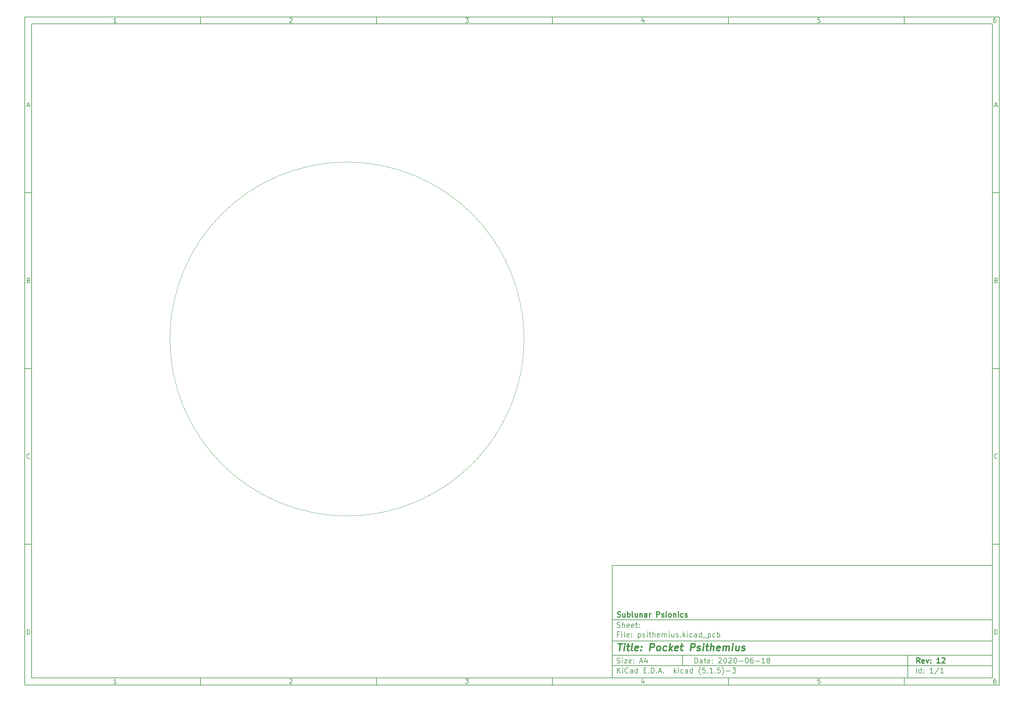
<source format=gbr>
G04 #@! TF.GenerationSoftware,KiCad,Pcbnew,(5.1.5)-3*
G04 #@! TF.CreationDate,2020-06-18T20:32:11+02:00*
G04 #@! TF.ProjectId,psithemius,70736974-6865-46d6-9975-732e6b696361,12*
G04 #@! TF.SameCoordinates,Original*
G04 #@! TF.FileFunction,Other,User*
%FSLAX46Y46*%
G04 Gerber Fmt 4.6, Leading zero omitted, Abs format (unit mm)*
G04 Created by KiCad (PCBNEW (5.1.5)-3) date 2020-06-18 20:32:11*
%MOMM*%
%LPD*%
G04 APERTURE LIST*
%ADD10C,0.100000*%
%ADD11C,0.150000*%
%ADD12C,0.300000*%
%ADD13C,0.400000*%
%ADD14C,0.120000*%
G04 APERTURE END LIST*
D10*
D11*
X177002200Y-166007200D02*
X177002200Y-198007200D01*
X285002200Y-198007200D01*
X285002200Y-166007200D01*
X177002200Y-166007200D01*
D10*
D11*
X10000000Y-10000000D02*
X10000000Y-200007200D01*
X287002200Y-200007200D01*
X287002200Y-10000000D01*
X10000000Y-10000000D01*
D10*
D11*
X12000000Y-12000000D02*
X12000000Y-198007200D01*
X285002200Y-198007200D01*
X285002200Y-12000000D01*
X12000000Y-12000000D01*
D10*
D11*
X60000000Y-12000000D02*
X60000000Y-10000000D01*
D10*
D11*
X110000000Y-12000000D02*
X110000000Y-10000000D01*
D10*
D11*
X160000000Y-12000000D02*
X160000000Y-10000000D01*
D10*
D11*
X210000000Y-12000000D02*
X210000000Y-10000000D01*
D10*
D11*
X260000000Y-12000000D02*
X260000000Y-10000000D01*
D10*
D11*
X36065476Y-11588095D02*
X35322619Y-11588095D01*
X35694047Y-11588095D02*
X35694047Y-10288095D01*
X35570238Y-10473809D01*
X35446428Y-10597619D01*
X35322619Y-10659523D01*
D10*
D11*
X85322619Y-10411904D02*
X85384523Y-10350000D01*
X85508333Y-10288095D01*
X85817857Y-10288095D01*
X85941666Y-10350000D01*
X86003571Y-10411904D01*
X86065476Y-10535714D01*
X86065476Y-10659523D01*
X86003571Y-10845238D01*
X85260714Y-11588095D01*
X86065476Y-11588095D01*
D10*
D11*
X135260714Y-10288095D02*
X136065476Y-10288095D01*
X135632142Y-10783333D01*
X135817857Y-10783333D01*
X135941666Y-10845238D01*
X136003571Y-10907142D01*
X136065476Y-11030952D01*
X136065476Y-11340476D01*
X136003571Y-11464285D01*
X135941666Y-11526190D01*
X135817857Y-11588095D01*
X135446428Y-11588095D01*
X135322619Y-11526190D01*
X135260714Y-11464285D01*
D10*
D11*
X185941666Y-10721428D02*
X185941666Y-11588095D01*
X185632142Y-10226190D02*
X185322619Y-11154761D01*
X186127380Y-11154761D01*
D10*
D11*
X236003571Y-10288095D02*
X235384523Y-10288095D01*
X235322619Y-10907142D01*
X235384523Y-10845238D01*
X235508333Y-10783333D01*
X235817857Y-10783333D01*
X235941666Y-10845238D01*
X236003571Y-10907142D01*
X236065476Y-11030952D01*
X236065476Y-11340476D01*
X236003571Y-11464285D01*
X235941666Y-11526190D01*
X235817857Y-11588095D01*
X235508333Y-11588095D01*
X235384523Y-11526190D01*
X235322619Y-11464285D01*
D10*
D11*
X285941666Y-10288095D02*
X285694047Y-10288095D01*
X285570238Y-10350000D01*
X285508333Y-10411904D01*
X285384523Y-10597619D01*
X285322619Y-10845238D01*
X285322619Y-11340476D01*
X285384523Y-11464285D01*
X285446428Y-11526190D01*
X285570238Y-11588095D01*
X285817857Y-11588095D01*
X285941666Y-11526190D01*
X286003571Y-11464285D01*
X286065476Y-11340476D01*
X286065476Y-11030952D01*
X286003571Y-10907142D01*
X285941666Y-10845238D01*
X285817857Y-10783333D01*
X285570238Y-10783333D01*
X285446428Y-10845238D01*
X285384523Y-10907142D01*
X285322619Y-11030952D01*
D10*
D11*
X60000000Y-198007200D02*
X60000000Y-200007200D01*
D10*
D11*
X110000000Y-198007200D02*
X110000000Y-200007200D01*
D10*
D11*
X160000000Y-198007200D02*
X160000000Y-200007200D01*
D10*
D11*
X210000000Y-198007200D02*
X210000000Y-200007200D01*
D10*
D11*
X260000000Y-198007200D02*
X260000000Y-200007200D01*
D10*
D11*
X36065476Y-199595295D02*
X35322619Y-199595295D01*
X35694047Y-199595295D02*
X35694047Y-198295295D01*
X35570238Y-198481009D01*
X35446428Y-198604819D01*
X35322619Y-198666723D01*
D10*
D11*
X85322619Y-198419104D02*
X85384523Y-198357200D01*
X85508333Y-198295295D01*
X85817857Y-198295295D01*
X85941666Y-198357200D01*
X86003571Y-198419104D01*
X86065476Y-198542914D01*
X86065476Y-198666723D01*
X86003571Y-198852438D01*
X85260714Y-199595295D01*
X86065476Y-199595295D01*
D10*
D11*
X135260714Y-198295295D02*
X136065476Y-198295295D01*
X135632142Y-198790533D01*
X135817857Y-198790533D01*
X135941666Y-198852438D01*
X136003571Y-198914342D01*
X136065476Y-199038152D01*
X136065476Y-199347676D01*
X136003571Y-199471485D01*
X135941666Y-199533390D01*
X135817857Y-199595295D01*
X135446428Y-199595295D01*
X135322619Y-199533390D01*
X135260714Y-199471485D01*
D10*
D11*
X185941666Y-198728628D02*
X185941666Y-199595295D01*
X185632142Y-198233390D02*
X185322619Y-199161961D01*
X186127380Y-199161961D01*
D10*
D11*
X236003571Y-198295295D02*
X235384523Y-198295295D01*
X235322619Y-198914342D01*
X235384523Y-198852438D01*
X235508333Y-198790533D01*
X235817857Y-198790533D01*
X235941666Y-198852438D01*
X236003571Y-198914342D01*
X236065476Y-199038152D01*
X236065476Y-199347676D01*
X236003571Y-199471485D01*
X235941666Y-199533390D01*
X235817857Y-199595295D01*
X235508333Y-199595295D01*
X235384523Y-199533390D01*
X235322619Y-199471485D01*
D10*
D11*
X285941666Y-198295295D02*
X285694047Y-198295295D01*
X285570238Y-198357200D01*
X285508333Y-198419104D01*
X285384523Y-198604819D01*
X285322619Y-198852438D01*
X285322619Y-199347676D01*
X285384523Y-199471485D01*
X285446428Y-199533390D01*
X285570238Y-199595295D01*
X285817857Y-199595295D01*
X285941666Y-199533390D01*
X286003571Y-199471485D01*
X286065476Y-199347676D01*
X286065476Y-199038152D01*
X286003571Y-198914342D01*
X285941666Y-198852438D01*
X285817857Y-198790533D01*
X285570238Y-198790533D01*
X285446428Y-198852438D01*
X285384523Y-198914342D01*
X285322619Y-199038152D01*
D10*
D11*
X10000000Y-60000000D02*
X12000000Y-60000000D01*
D10*
D11*
X10000000Y-110000000D02*
X12000000Y-110000000D01*
D10*
D11*
X10000000Y-160000000D02*
X12000000Y-160000000D01*
D10*
D11*
X10690476Y-35216666D02*
X11309523Y-35216666D01*
X10566666Y-35588095D02*
X11000000Y-34288095D01*
X11433333Y-35588095D01*
D10*
D11*
X11092857Y-84907142D02*
X11278571Y-84969047D01*
X11340476Y-85030952D01*
X11402380Y-85154761D01*
X11402380Y-85340476D01*
X11340476Y-85464285D01*
X11278571Y-85526190D01*
X11154761Y-85588095D01*
X10659523Y-85588095D01*
X10659523Y-84288095D01*
X11092857Y-84288095D01*
X11216666Y-84350000D01*
X11278571Y-84411904D01*
X11340476Y-84535714D01*
X11340476Y-84659523D01*
X11278571Y-84783333D01*
X11216666Y-84845238D01*
X11092857Y-84907142D01*
X10659523Y-84907142D01*
D10*
D11*
X11402380Y-135464285D02*
X11340476Y-135526190D01*
X11154761Y-135588095D01*
X11030952Y-135588095D01*
X10845238Y-135526190D01*
X10721428Y-135402380D01*
X10659523Y-135278571D01*
X10597619Y-135030952D01*
X10597619Y-134845238D01*
X10659523Y-134597619D01*
X10721428Y-134473809D01*
X10845238Y-134350000D01*
X11030952Y-134288095D01*
X11154761Y-134288095D01*
X11340476Y-134350000D01*
X11402380Y-134411904D01*
D10*
D11*
X10659523Y-185588095D02*
X10659523Y-184288095D01*
X10969047Y-184288095D01*
X11154761Y-184350000D01*
X11278571Y-184473809D01*
X11340476Y-184597619D01*
X11402380Y-184845238D01*
X11402380Y-185030952D01*
X11340476Y-185278571D01*
X11278571Y-185402380D01*
X11154761Y-185526190D01*
X10969047Y-185588095D01*
X10659523Y-185588095D01*
D10*
D11*
X287002200Y-60000000D02*
X285002200Y-60000000D01*
D10*
D11*
X287002200Y-110000000D02*
X285002200Y-110000000D01*
D10*
D11*
X287002200Y-160000000D02*
X285002200Y-160000000D01*
D10*
D11*
X285692676Y-35216666D02*
X286311723Y-35216666D01*
X285568866Y-35588095D02*
X286002200Y-34288095D01*
X286435533Y-35588095D01*
D10*
D11*
X286095057Y-84907142D02*
X286280771Y-84969047D01*
X286342676Y-85030952D01*
X286404580Y-85154761D01*
X286404580Y-85340476D01*
X286342676Y-85464285D01*
X286280771Y-85526190D01*
X286156961Y-85588095D01*
X285661723Y-85588095D01*
X285661723Y-84288095D01*
X286095057Y-84288095D01*
X286218866Y-84350000D01*
X286280771Y-84411904D01*
X286342676Y-84535714D01*
X286342676Y-84659523D01*
X286280771Y-84783333D01*
X286218866Y-84845238D01*
X286095057Y-84907142D01*
X285661723Y-84907142D01*
D10*
D11*
X286404580Y-135464285D02*
X286342676Y-135526190D01*
X286156961Y-135588095D01*
X286033152Y-135588095D01*
X285847438Y-135526190D01*
X285723628Y-135402380D01*
X285661723Y-135278571D01*
X285599819Y-135030952D01*
X285599819Y-134845238D01*
X285661723Y-134597619D01*
X285723628Y-134473809D01*
X285847438Y-134350000D01*
X286033152Y-134288095D01*
X286156961Y-134288095D01*
X286342676Y-134350000D01*
X286404580Y-134411904D01*
D10*
D11*
X285661723Y-185588095D02*
X285661723Y-184288095D01*
X285971247Y-184288095D01*
X286156961Y-184350000D01*
X286280771Y-184473809D01*
X286342676Y-184597619D01*
X286404580Y-184845238D01*
X286404580Y-185030952D01*
X286342676Y-185278571D01*
X286280771Y-185402380D01*
X286156961Y-185526190D01*
X285971247Y-185588095D01*
X285661723Y-185588095D01*
D10*
D11*
X200434342Y-193785771D02*
X200434342Y-192285771D01*
X200791485Y-192285771D01*
X201005771Y-192357200D01*
X201148628Y-192500057D01*
X201220057Y-192642914D01*
X201291485Y-192928628D01*
X201291485Y-193142914D01*
X201220057Y-193428628D01*
X201148628Y-193571485D01*
X201005771Y-193714342D01*
X200791485Y-193785771D01*
X200434342Y-193785771D01*
X202577200Y-193785771D02*
X202577200Y-193000057D01*
X202505771Y-192857200D01*
X202362914Y-192785771D01*
X202077200Y-192785771D01*
X201934342Y-192857200D01*
X202577200Y-193714342D02*
X202434342Y-193785771D01*
X202077200Y-193785771D01*
X201934342Y-193714342D01*
X201862914Y-193571485D01*
X201862914Y-193428628D01*
X201934342Y-193285771D01*
X202077200Y-193214342D01*
X202434342Y-193214342D01*
X202577200Y-193142914D01*
X203077200Y-192785771D02*
X203648628Y-192785771D01*
X203291485Y-192285771D02*
X203291485Y-193571485D01*
X203362914Y-193714342D01*
X203505771Y-193785771D01*
X203648628Y-193785771D01*
X204720057Y-193714342D02*
X204577200Y-193785771D01*
X204291485Y-193785771D01*
X204148628Y-193714342D01*
X204077200Y-193571485D01*
X204077200Y-193000057D01*
X204148628Y-192857200D01*
X204291485Y-192785771D01*
X204577200Y-192785771D01*
X204720057Y-192857200D01*
X204791485Y-193000057D01*
X204791485Y-193142914D01*
X204077200Y-193285771D01*
X205434342Y-193642914D02*
X205505771Y-193714342D01*
X205434342Y-193785771D01*
X205362914Y-193714342D01*
X205434342Y-193642914D01*
X205434342Y-193785771D01*
X205434342Y-192857200D02*
X205505771Y-192928628D01*
X205434342Y-193000057D01*
X205362914Y-192928628D01*
X205434342Y-192857200D01*
X205434342Y-193000057D01*
X207220057Y-192428628D02*
X207291485Y-192357200D01*
X207434342Y-192285771D01*
X207791485Y-192285771D01*
X207934342Y-192357200D01*
X208005771Y-192428628D01*
X208077200Y-192571485D01*
X208077200Y-192714342D01*
X208005771Y-192928628D01*
X207148628Y-193785771D01*
X208077200Y-193785771D01*
X209005771Y-192285771D02*
X209148628Y-192285771D01*
X209291485Y-192357200D01*
X209362914Y-192428628D01*
X209434342Y-192571485D01*
X209505771Y-192857200D01*
X209505771Y-193214342D01*
X209434342Y-193500057D01*
X209362914Y-193642914D01*
X209291485Y-193714342D01*
X209148628Y-193785771D01*
X209005771Y-193785771D01*
X208862914Y-193714342D01*
X208791485Y-193642914D01*
X208720057Y-193500057D01*
X208648628Y-193214342D01*
X208648628Y-192857200D01*
X208720057Y-192571485D01*
X208791485Y-192428628D01*
X208862914Y-192357200D01*
X209005771Y-192285771D01*
X210077200Y-192428628D02*
X210148628Y-192357200D01*
X210291485Y-192285771D01*
X210648628Y-192285771D01*
X210791485Y-192357200D01*
X210862914Y-192428628D01*
X210934342Y-192571485D01*
X210934342Y-192714342D01*
X210862914Y-192928628D01*
X210005771Y-193785771D01*
X210934342Y-193785771D01*
X211862914Y-192285771D02*
X212005771Y-192285771D01*
X212148628Y-192357200D01*
X212220057Y-192428628D01*
X212291485Y-192571485D01*
X212362914Y-192857200D01*
X212362914Y-193214342D01*
X212291485Y-193500057D01*
X212220057Y-193642914D01*
X212148628Y-193714342D01*
X212005771Y-193785771D01*
X211862914Y-193785771D01*
X211720057Y-193714342D01*
X211648628Y-193642914D01*
X211577200Y-193500057D01*
X211505771Y-193214342D01*
X211505771Y-192857200D01*
X211577200Y-192571485D01*
X211648628Y-192428628D01*
X211720057Y-192357200D01*
X211862914Y-192285771D01*
X213005771Y-193214342D02*
X214148628Y-193214342D01*
X215148628Y-192285771D02*
X215291485Y-192285771D01*
X215434342Y-192357200D01*
X215505771Y-192428628D01*
X215577200Y-192571485D01*
X215648628Y-192857200D01*
X215648628Y-193214342D01*
X215577200Y-193500057D01*
X215505771Y-193642914D01*
X215434342Y-193714342D01*
X215291485Y-193785771D01*
X215148628Y-193785771D01*
X215005771Y-193714342D01*
X214934342Y-193642914D01*
X214862914Y-193500057D01*
X214791485Y-193214342D01*
X214791485Y-192857200D01*
X214862914Y-192571485D01*
X214934342Y-192428628D01*
X215005771Y-192357200D01*
X215148628Y-192285771D01*
X216934342Y-192285771D02*
X216648628Y-192285771D01*
X216505771Y-192357200D01*
X216434342Y-192428628D01*
X216291485Y-192642914D01*
X216220057Y-192928628D01*
X216220057Y-193500057D01*
X216291485Y-193642914D01*
X216362914Y-193714342D01*
X216505771Y-193785771D01*
X216791485Y-193785771D01*
X216934342Y-193714342D01*
X217005771Y-193642914D01*
X217077200Y-193500057D01*
X217077200Y-193142914D01*
X217005771Y-193000057D01*
X216934342Y-192928628D01*
X216791485Y-192857200D01*
X216505771Y-192857200D01*
X216362914Y-192928628D01*
X216291485Y-193000057D01*
X216220057Y-193142914D01*
X217720057Y-193214342D02*
X218862914Y-193214342D01*
X220362914Y-193785771D02*
X219505771Y-193785771D01*
X219934342Y-193785771D02*
X219934342Y-192285771D01*
X219791485Y-192500057D01*
X219648628Y-192642914D01*
X219505771Y-192714342D01*
X221220057Y-192928628D02*
X221077200Y-192857200D01*
X221005771Y-192785771D01*
X220934342Y-192642914D01*
X220934342Y-192571485D01*
X221005771Y-192428628D01*
X221077200Y-192357200D01*
X221220057Y-192285771D01*
X221505771Y-192285771D01*
X221648628Y-192357200D01*
X221720057Y-192428628D01*
X221791485Y-192571485D01*
X221791485Y-192642914D01*
X221720057Y-192785771D01*
X221648628Y-192857200D01*
X221505771Y-192928628D01*
X221220057Y-192928628D01*
X221077200Y-193000057D01*
X221005771Y-193071485D01*
X220934342Y-193214342D01*
X220934342Y-193500057D01*
X221005771Y-193642914D01*
X221077200Y-193714342D01*
X221220057Y-193785771D01*
X221505771Y-193785771D01*
X221648628Y-193714342D01*
X221720057Y-193642914D01*
X221791485Y-193500057D01*
X221791485Y-193214342D01*
X221720057Y-193071485D01*
X221648628Y-193000057D01*
X221505771Y-192928628D01*
D10*
D11*
X177002200Y-194507200D02*
X285002200Y-194507200D01*
D10*
D11*
X178434342Y-196585771D02*
X178434342Y-195085771D01*
X179291485Y-196585771D02*
X178648628Y-195728628D01*
X179291485Y-195085771D02*
X178434342Y-195942914D01*
X179934342Y-196585771D02*
X179934342Y-195585771D01*
X179934342Y-195085771D02*
X179862914Y-195157200D01*
X179934342Y-195228628D01*
X180005771Y-195157200D01*
X179934342Y-195085771D01*
X179934342Y-195228628D01*
X181505771Y-196442914D02*
X181434342Y-196514342D01*
X181220057Y-196585771D01*
X181077200Y-196585771D01*
X180862914Y-196514342D01*
X180720057Y-196371485D01*
X180648628Y-196228628D01*
X180577200Y-195942914D01*
X180577200Y-195728628D01*
X180648628Y-195442914D01*
X180720057Y-195300057D01*
X180862914Y-195157200D01*
X181077200Y-195085771D01*
X181220057Y-195085771D01*
X181434342Y-195157200D01*
X181505771Y-195228628D01*
X182791485Y-196585771D02*
X182791485Y-195800057D01*
X182720057Y-195657200D01*
X182577200Y-195585771D01*
X182291485Y-195585771D01*
X182148628Y-195657200D01*
X182791485Y-196514342D02*
X182648628Y-196585771D01*
X182291485Y-196585771D01*
X182148628Y-196514342D01*
X182077200Y-196371485D01*
X182077200Y-196228628D01*
X182148628Y-196085771D01*
X182291485Y-196014342D01*
X182648628Y-196014342D01*
X182791485Y-195942914D01*
X184148628Y-196585771D02*
X184148628Y-195085771D01*
X184148628Y-196514342D02*
X184005771Y-196585771D01*
X183720057Y-196585771D01*
X183577200Y-196514342D01*
X183505771Y-196442914D01*
X183434342Y-196300057D01*
X183434342Y-195871485D01*
X183505771Y-195728628D01*
X183577200Y-195657200D01*
X183720057Y-195585771D01*
X184005771Y-195585771D01*
X184148628Y-195657200D01*
X186005771Y-195800057D02*
X186505771Y-195800057D01*
X186720057Y-196585771D02*
X186005771Y-196585771D01*
X186005771Y-195085771D01*
X186720057Y-195085771D01*
X187362914Y-196442914D02*
X187434342Y-196514342D01*
X187362914Y-196585771D01*
X187291485Y-196514342D01*
X187362914Y-196442914D01*
X187362914Y-196585771D01*
X188077200Y-196585771D02*
X188077200Y-195085771D01*
X188434342Y-195085771D01*
X188648628Y-195157200D01*
X188791485Y-195300057D01*
X188862914Y-195442914D01*
X188934342Y-195728628D01*
X188934342Y-195942914D01*
X188862914Y-196228628D01*
X188791485Y-196371485D01*
X188648628Y-196514342D01*
X188434342Y-196585771D01*
X188077200Y-196585771D01*
X189577200Y-196442914D02*
X189648628Y-196514342D01*
X189577200Y-196585771D01*
X189505771Y-196514342D01*
X189577200Y-196442914D01*
X189577200Y-196585771D01*
X190220057Y-196157200D02*
X190934342Y-196157200D01*
X190077200Y-196585771D02*
X190577200Y-195085771D01*
X191077200Y-196585771D01*
X191577200Y-196442914D02*
X191648628Y-196514342D01*
X191577200Y-196585771D01*
X191505771Y-196514342D01*
X191577200Y-196442914D01*
X191577200Y-196585771D01*
X194577200Y-196585771D02*
X194577200Y-195085771D01*
X194720057Y-196014342D02*
X195148628Y-196585771D01*
X195148628Y-195585771D02*
X194577200Y-196157200D01*
X195791485Y-196585771D02*
X195791485Y-195585771D01*
X195791485Y-195085771D02*
X195720057Y-195157200D01*
X195791485Y-195228628D01*
X195862914Y-195157200D01*
X195791485Y-195085771D01*
X195791485Y-195228628D01*
X197148628Y-196514342D02*
X197005771Y-196585771D01*
X196720057Y-196585771D01*
X196577200Y-196514342D01*
X196505771Y-196442914D01*
X196434342Y-196300057D01*
X196434342Y-195871485D01*
X196505771Y-195728628D01*
X196577200Y-195657200D01*
X196720057Y-195585771D01*
X197005771Y-195585771D01*
X197148628Y-195657200D01*
X198434342Y-196585771D02*
X198434342Y-195800057D01*
X198362914Y-195657200D01*
X198220057Y-195585771D01*
X197934342Y-195585771D01*
X197791485Y-195657200D01*
X198434342Y-196514342D02*
X198291485Y-196585771D01*
X197934342Y-196585771D01*
X197791485Y-196514342D01*
X197720057Y-196371485D01*
X197720057Y-196228628D01*
X197791485Y-196085771D01*
X197934342Y-196014342D01*
X198291485Y-196014342D01*
X198434342Y-195942914D01*
X199791485Y-196585771D02*
X199791485Y-195085771D01*
X199791485Y-196514342D02*
X199648628Y-196585771D01*
X199362914Y-196585771D01*
X199220057Y-196514342D01*
X199148628Y-196442914D01*
X199077200Y-196300057D01*
X199077200Y-195871485D01*
X199148628Y-195728628D01*
X199220057Y-195657200D01*
X199362914Y-195585771D01*
X199648628Y-195585771D01*
X199791485Y-195657200D01*
X202077200Y-197157200D02*
X202005771Y-197085771D01*
X201862914Y-196871485D01*
X201791485Y-196728628D01*
X201720057Y-196514342D01*
X201648628Y-196157200D01*
X201648628Y-195871485D01*
X201720057Y-195514342D01*
X201791485Y-195300057D01*
X201862914Y-195157200D01*
X202005771Y-194942914D01*
X202077200Y-194871485D01*
X203362914Y-195085771D02*
X202648628Y-195085771D01*
X202577200Y-195800057D01*
X202648628Y-195728628D01*
X202791485Y-195657200D01*
X203148628Y-195657200D01*
X203291485Y-195728628D01*
X203362914Y-195800057D01*
X203434342Y-195942914D01*
X203434342Y-196300057D01*
X203362914Y-196442914D01*
X203291485Y-196514342D01*
X203148628Y-196585771D01*
X202791485Y-196585771D01*
X202648628Y-196514342D01*
X202577200Y-196442914D01*
X204077200Y-196442914D02*
X204148628Y-196514342D01*
X204077200Y-196585771D01*
X204005771Y-196514342D01*
X204077200Y-196442914D01*
X204077200Y-196585771D01*
X205577200Y-196585771D02*
X204720057Y-196585771D01*
X205148628Y-196585771D02*
X205148628Y-195085771D01*
X205005771Y-195300057D01*
X204862914Y-195442914D01*
X204720057Y-195514342D01*
X206220057Y-196442914D02*
X206291485Y-196514342D01*
X206220057Y-196585771D01*
X206148628Y-196514342D01*
X206220057Y-196442914D01*
X206220057Y-196585771D01*
X207648628Y-195085771D02*
X206934342Y-195085771D01*
X206862914Y-195800057D01*
X206934342Y-195728628D01*
X207077200Y-195657200D01*
X207434342Y-195657200D01*
X207577200Y-195728628D01*
X207648628Y-195800057D01*
X207720057Y-195942914D01*
X207720057Y-196300057D01*
X207648628Y-196442914D01*
X207577200Y-196514342D01*
X207434342Y-196585771D01*
X207077200Y-196585771D01*
X206934342Y-196514342D01*
X206862914Y-196442914D01*
X208220057Y-197157200D02*
X208291485Y-197085771D01*
X208434342Y-196871485D01*
X208505771Y-196728628D01*
X208577200Y-196514342D01*
X208648628Y-196157200D01*
X208648628Y-195871485D01*
X208577200Y-195514342D01*
X208505771Y-195300057D01*
X208434342Y-195157200D01*
X208291485Y-194942914D01*
X208220057Y-194871485D01*
X209362914Y-196014342D02*
X210505771Y-196014342D01*
X211077200Y-195085771D02*
X212005771Y-195085771D01*
X211505771Y-195657200D01*
X211720057Y-195657200D01*
X211862914Y-195728628D01*
X211934342Y-195800057D01*
X212005771Y-195942914D01*
X212005771Y-196300057D01*
X211934342Y-196442914D01*
X211862914Y-196514342D01*
X211720057Y-196585771D01*
X211291485Y-196585771D01*
X211148628Y-196514342D01*
X211077200Y-196442914D01*
D10*
D11*
X177002200Y-191507200D02*
X285002200Y-191507200D01*
D10*
D12*
X264411485Y-193785771D02*
X263911485Y-193071485D01*
X263554342Y-193785771D02*
X263554342Y-192285771D01*
X264125771Y-192285771D01*
X264268628Y-192357200D01*
X264340057Y-192428628D01*
X264411485Y-192571485D01*
X264411485Y-192785771D01*
X264340057Y-192928628D01*
X264268628Y-193000057D01*
X264125771Y-193071485D01*
X263554342Y-193071485D01*
X265625771Y-193714342D02*
X265482914Y-193785771D01*
X265197200Y-193785771D01*
X265054342Y-193714342D01*
X264982914Y-193571485D01*
X264982914Y-193000057D01*
X265054342Y-192857200D01*
X265197200Y-192785771D01*
X265482914Y-192785771D01*
X265625771Y-192857200D01*
X265697200Y-193000057D01*
X265697200Y-193142914D01*
X264982914Y-193285771D01*
X266197200Y-192785771D02*
X266554342Y-193785771D01*
X266911485Y-192785771D01*
X267482914Y-193642914D02*
X267554342Y-193714342D01*
X267482914Y-193785771D01*
X267411485Y-193714342D01*
X267482914Y-193642914D01*
X267482914Y-193785771D01*
X267482914Y-192857200D02*
X267554342Y-192928628D01*
X267482914Y-193000057D01*
X267411485Y-192928628D01*
X267482914Y-192857200D01*
X267482914Y-193000057D01*
X270125771Y-193785771D02*
X269268628Y-193785771D01*
X269697200Y-193785771D02*
X269697200Y-192285771D01*
X269554342Y-192500057D01*
X269411485Y-192642914D01*
X269268628Y-192714342D01*
X270697200Y-192428628D02*
X270768628Y-192357200D01*
X270911485Y-192285771D01*
X271268628Y-192285771D01*
X271411485Y-192357200D01*
X271482914Y-192428628D01*
X271554342Y-192571485D01*
X271554342Y-192714342D01*
X271482914Y-192928628D01*
X270625771Y-193785771D01*
X271554342Y-193785771D01*
D10*
D11*
X178362914Y-193714342D02*
X178577200Y-193785771D01*
X178934342Y-193785771D01*
X179077200Y-193714342D01*
X179148628Y-193642914D01*
X179220057Y-193500057D01*
X179220057Y-193357200D01*
X179148628Y-193214342D01*
X179077200Y-193142914D01*
X178934342Y-193071485D01*
X178648628Y-193000057D01*
X178505771Y-192928628D01*
X178434342Y-192857200D01*
X178362914Y-192714342D01*
X178362914Y-192571485D01*
X178434342Y-192428628D01*
X178505771Y-192357200D01*
X178648628Y-192285771D01*
X179005771Y-192285771D01*
X179220057Y-192357200D01*
X179862914Y-193785771D02*
X179862914Y-192785771D01*
X179862914Y-192285771D02*
X179791485Y-192357200D01*
X179862914Y-192428628D01*
X179934342Y-192357200D01*
X179862914Y-192285771D01*
X179862914Y-192428628D01*
X180434342Y-192785771D02*
X181220057Y-192785771D01*
X180434342Y-193785771D01*
X181220057Y-193785771D01*
X182362914Y-193714342D02*
X182220057Y-193785771D01*
X181934342Y-193785771D01*
X181791485Y-193714342D01*
X181720057Y-193571485D01*
X181720057Y-193000057D01*
X181791485Y-192857200D01*
X181934342Y-192785771D01*
X182220057Y-192785771D01*
X182362914Y-192857200D01*
X182434342Y-193000057D01*
X182434342Y-193142914D01*
X181720057Y-193285771D01*
X183077200Y-193642914D02*
X183148628Y-193714342D01*
X183077200Y-193785771D01*
X183005771Y-193714342D01*
X183077200Y-193642914D01*
X183077200Y-193785771D01*
X183077200Y-192857200D02*
X183148628Y-192928628D01*
X183077200Y-193000057D01*
X183005771Y-192928628D01*
X183077200Y-192857200D01*
X183077200Y-193000057D01*
X184862914Y-193357200D02*
X185577200Y-193357200D01*
X184720057Y-193785771D02*
X185220057Y-192285771D01*
X185720057Y-193785771D01*
X186862914Y-192785771D02*
X186862914Y-193785771D01*
X186505771Y-192214342D02*
X186148628Y-193285771D01*
X187077200Y-193285771D01*
D10*
D11*
X263434342Y-196585771D02*
X263434342Y-195085771D01*
X264791485Y-196585771D02*
X264791485Y-195085771D01*
X264791485Y-196514342D02*
X264648628Y-196585771D01*
X264362914Y-196585771D01*
X264220057Y-196514342D01*
X264148628Y-196442914D01*
X264077200Y-196300057D01*
X264077200Y-195871485D01*
X264148628Y-195728628D01*
X264220057Y-195657200D01*
X264362914Y-195585771D01*
X264648628Y-195585771D01*
X264791485Y-195657200D01*
X265505771Y-196442914D02*
X265577200Y-196514342D01*
X265505771Y-196585771D01*
X265434342Y-196514342D01*
X265505771Y-196442914D01*
X265505771Y-196585771D01*
X265505771Y-195657200D02*
X265577200Y-195728628D01*
X265505771Y-195800057D01*
X265434342Y-195728628D01*
X265505771Y-195657200D01*
X265505771Y-195800057D01*
X268148628Y-196585771D02*
X267291485Y-196585771D01*
X267720057Y-196585771D02*
X267720057Y-195085771D01*
X267577200Y-195300057D01*
X267434342Y-195442914D01*
X267291485Y-195514342D01*
X269862914Y-195014342D02*
X268577200Y-196942914D01*
X271148628Y-196585771D02*
X270291485Y-196585771D01*
X270720057Y-196585771D02*
X270720057Y-195085771D01*
X270577200Y-195300057D01*
X270434342Y-195442914D01*
X270291485Y-195514342D01*
D10*
D11*
X177002200Y-187507200D02*
X285002200Y-187507200D01*
D10*
D13*
X178714580Y-188211961D02*
X179857438Y-188211961D01*
X179036009Y-190211961D02*
X179286009Y-188211961D01*
X180274104Y-190211961D02*
X180440771Y-188878628D01*
X180524104Y-188211961D02*
X180416961Y-188307200D01*
X180500295Y-188402438D01*
X180607438Y-188307200D01*
X180524104Y-188211961D01*
X180500295Y-188402438D01*
X181107438Y-188878628D02*
X181869342Y-188878628D01*
X181476485Y-188211961D02*
X181262200Y-189926247D01*
X181333628Y-190116723D01*
X181512200Y-190211961D01*
X181702676Y-190211961D01*
X182655057Y-190211961D02*
X182476485Y-190116723D01*
X182405057Y-189926247D01*
X182619342Y-188211961D01*
X184190771Y-190116723D02*
X183988390Y-190211961D01*
X183607438Y-190211961D01*
X183428866Y-190116723D01*
X183357438Y-189926247D01*
X183452676Y-189164342D01*
X183571723Y-188973866D01*
X183774104Y-188878628D01*
X184155057Y-188878628D01*
X184333628Y-188973866D01*
X184405057Y-189164342D01*
X184381247Y-189354819D01*
X183405057Y-189545295D01*
X185155057Y-190021485D02*
X185238390Y-190116723D01*
X185131247Y-190211961D01*
X185047914Y-190116723D01*
X185155057Y-190021485D01*
X185131247Y-190211961D01*
X185286009Y-188973866D02*
X185369342Y-189069104D01*
X185262200Y-189164342D01*
X185178866Y-189069104D01*
X185286009Y-188973866D01*
X185262200Y-189164342D01*
X187607438Y-190211961D02*
X187857438Y-188211961D01*
X188619342Y-188211961D01*
X188797914Y-188307200D01*
X188881247Y-188402438D01*
X188952676Y-188592914D01*
X188916961Y-188878628D01*
X188797914Y-189069104D01*
X188690771Y-189164342D01*
X188488390Y-189259580D01*
X187726485Y-189259580D01*
X189893152Y-190211961D02*
X189714580Y-190116723D01*
X189631247Y-190021485D01*
X189559819Y-189831009D01*
X189631247Y-189259580D01*
X189750295Y-189069104D01*
X189857438Y-188973866D01*
X190059819Y-188878628D01*
X190345533Y-188878628D01*
X190524104Y-188973866D01*
X190607438Y-189069104D01*
X190678866Y-189259580D01*
X190607438Y-189831009D01*
X190488390Y-190021485D01*
X190381247Y-190116723D01*
X190178866Y-190211961D01*
X189893152Y-190211961D01*
X192286009Y-190116723D02*
X192083628Y-190211961D01*
X191702676Y-190211961D01*
X191524104Y-190116723D01*
X191440771Y-190021485D01*
X191369342Y-189831009D01*
X191440771Y-189259580D01*
X191559819Y-189069104D01*
X191666961Y-188973866D01*
X191869342Y-188878628D01*
X192250295Y-188878628D01*
X192428866Y-188973866D01*
X193131247Y-190211961D02*
X193381247Y-188211961D01*
X193416961Y-189450057D02*
X193893152Y-190211961D01*
X194059819Y-188878628D02*
X193202676Y-189640533D01*
X195524104Y-190116723D02*
X195321723Y-190211961D01*
X194940771Y-190211961D01*
X194762200Y-190116723D01*
X194690771Y-189926247D01*
X194786009Y-189164342D01*
X194905057Y-188973866D01*
X195107438Y-188878628D01*
X195488390Y-188878628D01*
X195666961Y-188973866D01*
X195738390Y-189164342D01*
X195714580Y-189354819D01*
X194738390Y-189545295D01*
X196345533Y-188878628D02*
X197107438Y-188878628D01*
X196714580Y-188211961D02*
X196500295Y-189926247D01*
X196571723Y-190116723D01*
X196750295Y-190211961D01*
X196940771Y-190211961D01*
X199131247Y-190211961D02*
X199381247Y-188211961D01*
X200143152Y-188211961D01*
X200321723Y-188307200D01*
X200405057Y-188402438D01*
X200476485Y-188592914D01*
X200440771Y-188878628D01*
X200321723Y-189069104D01*
X200214580Y-189164342D01*
X200012200Y-189259580D01*
X199250295Y-189259580D01*
X201047914Y-190116723D02*
X201226485Y-190211961D01*
X201607438Y-190211961D01*
X201809819Y-190116723D01*
X201928866Y-189926247D01*
X201940771Y-189831009D01*
X201869342Y-189640533D01*
X201690771Y-189545295D01*
X201405057Y-189545295D01*
X201226485Y-189450057D01*
X201155057Y-189259580D01*
X201166961Y-189164342D01*
X201286009Y-188973866D01*
X201488390Y-188878628D01*
X201774104Y-188878628D01*
X201952676Y-188973866D01*
X202750295Y-190211961D02*
X202916961Y-188878628D01*
X203000295Y-188211961D02*
X202893152Y-188307200D01*
X202976485Y-188402438D01*
X203083628Y-188307200D01*
X203000295Y-188211961D01*
X202976485Y-188402438D01*
X203583628Y-188878628D02*
X204345533Y-188878628D01*
X203952676Y-188211961D02*
X203738390Y-189926247D01*
X203809819Y-190116723D01*
X203988390Y-190211961D01*
X204178866Y-190211961D01*
X204845533Y-190211961D02*
X205095533Y-188211961D01*
X205702676Y-190211961D02*
X205833628Y-189164342D01*
X205762200Y-188973866D01*
X205583628Y-188878628D01*
X205297914Y-188878628D01*
X205095533Y-188973866D01*
X204988390Y-189069104D01*
X207428866Y-190116723D02*
X207226485Y-190211961D01*
X206845533Y-190211961D01*
X206666961Y-190116723D01*
X206595533Y-189926247D01*
X206690771Y-189164342D01*
X206809819Y-188973866D01*
X207012200Y-188878628D01*
X207393152Y-188878628D01*
X207571723Y-188973866D01*
X207643152Y-189164342D01*
X207619342Y-189354819D01*
X206643152Y-189545295D01*
X208369342Y-190211961D02*
X208536009Y-188878628D01*
X208512200Y-189069104D02*
X208619342Y-188973866D01*
X208821723Y-188878628D01*
X209107438Y-188878628D01*
X209286009Y-188973866D01*
X209357438Y-189164342D01*
X209226485Y-190211961D01*
X209357438Y-189164342D02*
X209476485Y-188973866D01*
X209678866Y-188878628D01*
X209964580Y-188878628D01*
X210143152Y-188973866D01*
X210214580Y-189164342D01*
X210083628Y-190211961D01*
X211036009Y-190211961D02*
X211202676Y-188878628D01*
X211286009Y-188211961D02*
X211178866Y-188307200D01*
X211262200Y-188402438D01*
X211369342Y-188307200D01*
X211286009Y-188211961D01*
X211262200Y-188402438D01*
X213012200Y-188878628D02*
X212845533Y-190211961D01*
X212155057Y-188878628D02*
X212024104Y-189926247D01*
X212095533Y-190116723D01*
X212274104Y-190211961D01*
X212559819Y-190211961D01*
X212762200Y-190116723D01*
X212869342Y-190021485D01*
X213714580Y-190116723D02*
X213893152Y-190211961D01*
X214274104Y-190211961D01*
X214476485Y-190116723D01*
X214595533Y-189926247D01*
X214607438Y-189831009D01*
X214536009Y-189640533D01*
X214357438Y-189545295D01*
X214071723Y-189545295D01*
X213893152Y-189450057D01*
X213821723Y-189259580D01*
X213833628Y-189164342D01*
X213952676Y-188973866D01*
X214155057Y-188878628D01*
X214440771Y-188878628D01*
X214619342Y-188973866D01*
D10*
D11*
X178934342Y-185600057D02*
X178434342Y-185600057D01*
X178434342Y-186385771D02*
X178434342Y-184885771D01*
X179148628Y-184885771D01*
X179720057Y-186385771D02*
X179720057Y-185385771D01*
X179720057Y-184885771D02*
X179648628Y-184957200D01*
X179720057Y-185028628D01*
X179791485Y-184957200D01*
X179720057Y-184885771D01*
X179720057Y-185028628D01*
X180648628Y-186385771D02*
X180505771Y-186314342D01*
X180434342Y-186171485D01*
X180434342Y-184885771D01*
X181791485Y-186314342D02*
X181648628Y-186385771D01*
X181362914Y-186385771D01*
X181220057Y-186314342D01*
X181148628Y-186171485D01*
X181148628Y-185600057D01*
X181220057Y-185457200D01*
X181362914Y-185385771D01*
X181648628Y-185385771D01*
X181791485Y-185457200D01*
X181862914Y-185600057D01*
X181862914Y-185742914D01*
X181148628Y-185885771D01*
X182505771Y-186242914D02*
X182577200Y-186314342D01*
X182505771Y-186385771D01*
X182434342Y-186314342D01*
X182505771Y-186242914D01*
X182505771Y-186385771D01*
X182505771Y-185457200D02*
X182577200Y-185528628D01*
X182505771Y-185600057D01*
X182434342Y-185528628D01*
X182505771Y-185457200D01*
X182505771Y-185600057D01*
X184362914Y-185385771D02*
X184362914Y-186885771D01*
X184362914Y-185457200D02*
X184505771Y-185385771D01*
X184791485Y-185385771D01*
X184934342Y-185457200D01*
X185005771Y-185528628D01*
X185077200Y-185671485D01*
X185077200Y-186100057D01*
X185005771Y-186242914D01*
X184934342Y-186314342D01*
X184791485Y-186385771D01*
X184505771Y-186385771D01*
X184362914Y-186314342D01*
X185648628Y-186314342D02*
X185791485Y-186385771D01*
X186077200Y-186385771D01*
X186220057Y-186314342D01*
X186291485Y-186171485D01*
X186291485Y-186100057D01*
X186220057Y-185957200D01*
X186077200Y-185885771D01*
X185862914Y-185885771D01*
X185720057Y-185814342D01*
X185648628Y-185671485D01*
X185648628Y-185600057D01*
X185720057Y-185457200D01*
X185862914Y-185385771D01*
X186077200Y-185385771D01*
X186220057Y-185457200D01*
X186934342Y-186385771D02*
X186934342Y-185385771D01*
X186934342Y-184885771D02*
X186862914Y-184957200D01*
X186934342Y-185028628D01*
X187005771Y-184957200D01*
X186934342Y-184885771D01*
X186934342Y-185028628D01*
X187434342Y-185385771D02*
X188005771Y-185385771D01*
X187648628Y-184885771D02*
X187648628Y-186171485D01*
X187720057Y-186314342D01*
X187862914Y-186385771D01*
X188005771Y-186385771D01*
X188505771Y-186385771D02*
X188505771Y-184885771D01*
X189148628Y-186385771D02*
X189148628Y-185600057D01*
X189077200Y-185457200D01*
X188934342Y-185385771D01*
X188720057Y-185385771D01*
X188577200Y-185457200D01*
X188505771Y-185528628D01*
X190434342Y-186314342D02*
X190291485Y-186385771D01*
X190005771Y-186385771D01*
X189862914Y-186314342D01*
X189791485Y-186171485D01*
X189791485Y-185600057D01*
X189862914Y-185457200D01*
X190005771Y-185385771D01*
X190291485Y-185385771D01*
X190434342Y-185457200D01*
X190505771Y-185600057D01*
X190505771Y-185742914D01*
X189791485Y-185885771D01*
X191148628Y-186385771D02*
X191148628Y-185385771D01*
X191148628Y-185528628D02*
X191220057Y-185457200D01*
X191362914Y-185385771D01*
X191577200Y-185385771D01*
X191720057Y-185457200D01*
X191791485Y-185600057D01*
X191791485Y-186385771D01*
X191791485Y-185600057D02*
X191862914Y-185457200D01*
X192005771Y-185385771D01*
X192220057Y-185385771D01*
X192362914Y-185457200D01*
X192434342Y-185600057D01*
X192434342Y-186385771D01*
X193148628Y-186385771D02*
X193148628Y-185385771D01*
X193148628Y-184885771D02*
X193077200Y-184957200D01*
X193148628Y-185028628D01*
X193220057Y-184957200D01*
X193148628Y-184885771D01*
X193148628Y-185028628D01*
X194505771Y-185385771D02*
X194505771Y-186385771D01*
X193862914Y-185385771D02*
X193862914Y-186171485D01*
X193934342Y-186314342D01*
X194077200Y-186385771D01*
X194291485Y-186385771D01*
X194434342Y-186314342D01*
X194505771Y-186242914D01*
X195148628Y-186314342D02*
X195291485Y-186385771D01*
X195577200Y-186385771D01*
X195720057Y-186314342D01*
X195791485Y-186171485D01*
X195791485Y-186100057D01*
X195720057Y-185957200D01*
X195577200Y-185885771D01*
X195362914Y-185885771D01*
X195220057Y-185814342D01*
X195148628Y-185671485D01*
X195148628Y-185600057D01*
X195220057Y-185457200D01*
X195362914Y-185385771D01*
X195577200Y-185385771D01*
X195720057Y-185457200D01*
X196434342Y-186242914D02*
X196505771Y-186314342D01*
X196434342Y-186385771D01*
X196362914Y-186314342D01*
X196434342Y-186242914D01*
X196434342Y-186385771D01*
X197148628Y-186385771D02*
X197148628Y-184885771D01*
X197291485Y-185814342D02*
X197720057Y-186385771D01*
X197720057Y-185385771D02*
X197148628Y-185957200D01*
X198362914Y-186385771D02*
X198362914Y-185385771D01*
X198362914Y-184885771D02*
X198291485Y-184957200D01*
X198362914Y-185028628D01*
X198434342Y-184957200D01*
X198362914Y-184885771D01*
X198362914Y-185028628D01*
X199720057Y-186314342D02*
X199577200Y-186385771D01*
X199291485Y-186385771D01*
X199148628Y-186314342D01*
X199077200Y-186242914D01*
X199005771Y-186100057D01*
X199005771Y-185671485D01*
X199077200Y-185528628D01*
X199148628Y-185457200D01*
X199291485Y-185385771D01*
X199577200Y-185385771D01*
X199720057Y-185457200D01*
X201005771Y-186385771D02*
X201005771Y-185600057D01*
X200934342Y-185457200D01*
X200791485Y-185385771D01*
X200505771Y-185385771D01*
X200362914Y-185457200D01*
X201005771Y-186314342D02*
X200862914Y-186385771D01*
X200505771Y-186385771D01*
X200362914Y-186314342D01*
X200291485Y-186171485D01*
X200291485Y-186028628D01*
X200362914Y-185885771D01*
X200505771Y-185814342D01*
X200862914Y-185814342D01*
X201005771Y-185742914D01*
X202362914Y-186385771D02*
X202362914Y-184885771D01*
X202362914Y-186314342D02*
X202220057Y-186385771D01*
X201934342Y-186385771D01*
X201791485Y-186314342D01*
X201720057Y-186242914D01*
X201648628Y-186100057D01*
X201648628Y-185671485D01*
X201720057Y-185528628D01*
X201791485Y-185457200D01*
X201934342Y-185385771D01*
X202220057Y-185385771D01*
X202362914Y-185457200D01*
X202720057Y-186528628D02*
X203862914Y-186528628D01*
X204220057Y-185385771D02*
X204220057Y-186885771D01*
X204220057Y-185457200D02*
X204362914Y-185385771D01*
X204648628Y-185385771D01*
X204791485Y-185457200D01*
X204862914Y-185528628D01*
X204934342Y-185671485D01*
X204934342Y-186100057D01*
X204862914Y-186242914D01*
X204791485Y-186314342D01*
X204648628Y-186385771D01*
X204362914Y-186385771D01*
X204220057Y-186314342D01*
X206220057Y-186314342D02*
X206077200Y-186385771D01*
X205791485Y-186385771D01*
X205648628Y-186314342D01*
X205577200Y-186242914D01*
X205505771Y-186100057D01*
X205505771Y-185671485D01*
X205577200Y-185528628D01*
X205648628Y-185457200D01*
X205791485Y-185385771D01*
X206077200Y-185385771D01*
X206220057Y-185457200D01*
X206862914Y-186385771D02*
X206862914Y-184885771D01*
X206862914Y-185457200D02*
X207005771Y-185385771D01*
X207291485Y-185385771D01*
X207434342Y-185457200D01*
X207505771Y-185528628D01*
X207577200Y-185671485D01*
X207577200Y-186100057D01*
X207505771Y-186242914D01*
X207434342Y-186314342D01*
X207291485Y-186385771D01*
X207005771Y-186385771D01*
X206862914Y-186314342D01*
D10*
D11*
X177002200Y-181507200D02*
X285002200Y-181507200D01*
D10*
D11*
X178362914Y-183614342D02*
X178577200Y-183685771D01*
X178934342Y-183685771D01*
X179077200Y-183614342D01*
X179148628Y-183542914D01*
X179220057Y-183400057D01*
X179220057Y-183257200D01*
X179148628Y-183114342D01*
X179077200Y-183042914D01*
X178934342Y-182971485D01*
X178648628Y-182900057D01*
X178505771Y-182828628D01*
X178434342Y-182757200D01*
X178362914Y-182614342D01*
X178362914Y-182471485D01*
X178434342Y-182328628D01*
X178505771Y-182257200D01*
X178648628Y-182185771D01*
X179005771Y-182185771D01*
X179220057Y-182257200D01*
X179862914Y-183685771D02*
X179862914Y-182185771D01*
X180505771Y-183685771D02*
X180505771Y-182900057D01*
X180434342Y-182757200D01*
X180291485Y-182685771D01*
X180077200Y-182685771D01*
X179934342Y-182757200D01*
X179862914Y-182828628D01*
X181791485Y-183614342D02*
X181648628Y-183685771D01*
X181362914Y-183685771D01*
X181220057Y-183614342D01*
X181148628Y-183471485D01*
X181148628Y-182900057D01*
X181220057Y-182757200D01*
X181362914Y-182685771D01*
X181648628Y-182685771D01*
X181791485Y-182757200D01*
X181862914Y-182900057D01*
X181862914Y-183042914D01*
X181148628Y-183185771D01*
X183077200Y-183614342D02*
X182934342Y-183685771D01*
X182648628Y-183685771D01*
X182505771Y-183614342D01*
X182434342Y-183471485D01*
X182434342Y-182900057D01*
X182505771Y-182757200D01*
X182648628Y-182685771D01*
X182934342Y-182685771D01*
X183077200Y-182757200D01*
X183148628Y-182900057D01*
X183148628Y-183042914D01*
X182434342Y-183185771D01*
X183577200Y-182685771D02*
X184148628Y-182685771D01*
X183791485Y-182185771D02*
X183791485Y-183471485D01*
X183862914Y-183614342D01*
X184005771Y-183685771D01*
X184148628Y-183685771D01*
X184648628Y-183542914D02*
X184720057Y-183614342D01*
X184648628Y-183685771D01*
X184577200Y-183614342D01*
X184648628Y-183542914D01*
X184648628Y-183685771D01*
X184648628Y-182757200D02*
X184720057Y-182828628D01*
X184648628Y-182900057D01*
X184577200Y-182828628D01*
X184648628Y-182757200D01*
X184648628Y-182900057D01*
D10*
D12*
X178482914Y-180614342D02*
X178697200Y-180685771D01*
X179054342Y-180685771D01*
X179197200Y-180614342D01*
X179268628Y-180542914D01*
X179340057Y-180400057D01*
X179340057Y-180257200D01*
X179268628Y-180114342D01*
X179197200Y-180042914D01*
X179054342Y-179971485D01*
X178768628Y-179900057D01*
X178625771Y-179828628D01*
X178554342Y-179757200D01*
X178482914Y-179614342D01*
X178482914Y-179471485D01*
X178554342Y-179328628D01*
X178625771Y-179257200D01*
X178768628Y-179185771D01*
X179125771Y-179185771D01*
X179340057Y-179257200D01*
X180625771Y-179685771D02*
X180625771Y-180685771D01*
X179982914Y-179685771D02*
X179982914Y-180471485D01*
X180054342Y-180614342D01*
X180197200Y-180685771D01*
X180411485Y-180685771D01*
X180554342Y-180614342D01*
X180625771Y-180542914D01*
X181340057Y-180685771D02*
X181340057Y-179185771D01*
X181340057Y-179757200D02*
X181482914Y-179685771D01*
X181768628Y-179685771D01*
X181911485Y-179757200D01*
X181982914Y-179828628D01*
X182054342Y-179971485D01*
X182054342Y-180400057D01*
X181982914Y-180542914D01*
X181911485Y-180614342D01*
X181768628Y-180685771D01*
X181482914Y-180685771D01*
X181340057Y-180614342D01*
X182911485Y-180685771D02*
X182768628Y-180614342D01*
X182697200Y-180471485D01*
X182697200Y-179185771D01*
X184125771Y-179685771D02*
X184125771Y-180685771D01*
X183482914Y-179685771D02*
X183482914Y-180471485D01*
X183554342Y-180614342D01*
X183697200Y-180685771D01*
X183911485Y-180685771D01*
X184054342Y-180614342D01*
X184125771Y-180542914D01*
X184840057Y-179685771D02*
X184840057Y-180685771D01*
X184840057Y-179828628D02*
X184911485Y-179757200D01*
X185054342Y-179685771D01*
X185268628Y-179685771D01*
X185411485Y-179757200D01*
X185482914Y-179900057D01*
X185482914Y-180685771D01*
X186840057Y-180685771D02*
X186840057Y-179900057D01*
X186768628Y-179757200D01*
X186625771Y-179685771D01*
X186340057Y-179685771D01*
X186197200Y-179757200D01*
X186840057Y-180614342D02*
X186697200Y-180685771D01*
X186340057Y-180685771D01*
X186197200Y-180614342D01*
X186125771Y-180471485D01*
X186125771Y-180328628D01*
X186197200Y-180185771D01*
X186340057Y-180114342D01*
X186697200Y-180114342D01*
X186840057Y-180042914D01*
X187554342Y-180685771D02*
X187554342Y-179685771D01*
X187554342Y-179971485D02*
X187625771Y-179828628D01*
X187697200Y-179757200D01*
X187840057Y-179685771D01*
X187982914Y-179685771D01*
X189625771Y-180685771D02*
X189625771Y-179185771D01*
X190197200Y-179185771D01*
X190340057Y-179257200D01*
X190411485Y-179328628D01*
X190482914Y-179471485D01*
X190482914Y-179685771D01*
X190411485Y-179828628D01*
X190340057Y-179900057D01*
X190197200Y-179971485D01*
X189625771Y-179971485D01*
X191054342Y-180614342D02*
X191197200Y-180685771D01*
X191482914Y-180685771D01*
X191625771Y-180614342D01*
X191697200Y-180471485D01*
X191697200Y-180400057D01*
X191625771Y-180257200D01*
X191482914Y-180185771D01*
X191268628Y-180185771D01*
X191125771Y-180114342D01*
X191054342Y-179971485D01*
X191054342Y-179900057D01*
X191125771Y-179757200D01*
X191268628Y-179685771D01*
X191482914Y-179685771D01*
X191625771Y-179757200D01*
X192340057Y-180685771D02*
X192340057Y-179685771D01*
X192340057Y-179185771D02*
X192268628Y-179257200D01*
X192340057Y-179328628D01*
X192411485Y-179257200D01*
X192340057Y-179185771D01*
X192340057Y-179328628D01*
X193268628Y-180685771D02*
X193125771Y-180614342D01*
X193054342Y-180542914D01*
X192982914Y-180400057D01*
X192982914Y-179971485D01*
X193054342Y-179828628D01*
X193125771Y-179757200D01*
X193268628Y-179685771D01*
X193482914Y-179685771D01*
X193625771Y-179757200D01*
X193697200Y-179828628D01*
X193768628Y-179971485D01*
X193768628Y-180400057D01*
X193697200Y-180542914D01*
X193625771Y-180614342D01*
X193482914Y-180685771D01*
X193268628Y-180685771D01*
X194411485Y-179685771D02*
X194411485Y-180685771D01*
X194411485Y-179828628D02*
X194482914Y-179757200D01*
X194625771Y-179685771D01*
X194840057Y-179685771D01*
X194982914Y-179757200D01*
X195054342Y-179900057D01*
X195054342Y-180685771D01*
X195768628Y-180685771D02*
X195768628Y-179685771D01*
X195768628Y-179185771D02*
X195697200Y-179257200D01*
X195768628Y-179328628D01*
X195840057Y-179257200D01*
X195768628Y-179185771D01*
X195768628Y-179328628D01*
X197125771Y-180614342D02*
X196982914Y-180685771D01*
X196697200Y-180685771D01*
X196554342Y-180614342D01*
X196482914Y-180542914D01*
X196411485Y-180400057D01*
X196411485Y-179971485D01*
X196482914Y-179828628D01*
X196554342Y-179757200D01*
X196697200Y-179685771D01*
X196982914Y-179685771D01*
X197125771Y-179757200D01*
X197697200Y-180614342D02*
X197840057Y-180685771D01*
X198125771Y-180685771D01*
X198268628Y-180614342D01*
X198340057Y-180471485D01*
X198340057Y-180400057D01*
X198268628Y-180257200D01*
X198125771Y-180185771D01*
X197911485Y-180185771D01*
X197768628Y-180114342D01*
X197697200Y-179971485D01*
X197697200Y-179900057D01*
X197768628Y-179757200D01*
X197911485Y-179685771D01*
X198125771Y-179685771D01*
X198268628Y-179757200D01*
D10*
D11*
X197002200Y-191507200D02*
X197002200Y-194507200D01*
D10*
D11*
X261002200Y-191507200D02*
X261002200Y-198007200D01*
D14*
X151892000Y-101600000D02*
G75*
G03X151892000Y-101600000I-50292000J0D01*
G01*
M02*

</source>
